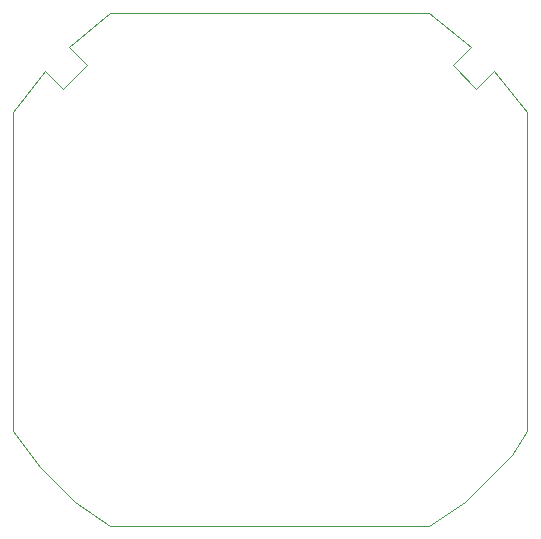
<source format=gm1>
G04 #@! TF.GenerationSoftware,KiCad,Pcbnew,5.0.0-rc3-6a2723a~65~ubuntu16.04.1*
G04 #@! TF.CreationDate,2018-07-10T16:09:43+03:00*
G04 #@! TF.ProjectId,livolo_1_channel_1way_eu_switch,6C69766F6C6F5F315F6368616E6E656C,rev?*
G04 #@! TF.SameCoordinates,Original*
G04 #@! TF.FileFunction,Profile,NP*
%FSLAX46Y46*%
G04 Gerber Fmt 4.6, Leading zero omitted, Abs format (unit mm)*
G04 Created by KiCad (PCBNEW 5.0.0-rc3-6a2723a~65~ubuntu16.04.1) date Tue Jul 10 16:09:43 2018*
%MOMM*%
%LPD*%
G01*
G04 APERTURE LIST*
%ADD10C,0.100000*%
G04 APERTURE END LIST*
D10*
X128900000Y-70200000D02*
X155900000Y-70200000D01*
X158900640Y-111602340D02*
X162910000Y-107590000D01*
X157899880Y-74602160D02*
X159898860Y-76601140D01*
X125898420Y-111602340D02*
X128900700Y-113601320D01*
X164200000Y-105600320D02*
X164200000Y-78600120D01*
X126899180Y-74602160D02*
X125400580Y-73101020D01*
X155900000Y-70200000D02*
X159398480Y-73101020D01*
X162910000Y-107590000D02*
X164200000Y-105600000D01*
X120700000Y-105600320D02*
X120700000Y-78600120D01*
X123399060Y-75100000D02*
X124900200Y-76601140D01*
X124900200Y-76601140D02*
X126899180Y-74602160D01*
X125400580Y-73101020D02*
X128900000Y-70200000D01*
X159898860Y-76601140D02*
X161400000Y-75100000D01*
X122940000Y-108610000D02*
X125898420Y-111602340D01*
X155898360Y-113601320D02*
X158900640Y-111602340D01*
X128900700Y-113601320D02*
X155898360Y-113601320D01*
X120700000Y-105600000D02*
X122940000Y-108610000D01*
X159398480Y-73101020D02*
X157899880Y-74602160D01*
X120700000Y-78600000D02*
X123399060Y-75100000D01*
X161400000Y-75100000D02*
X164200000Y-78600000D01*
M02*

</source>
